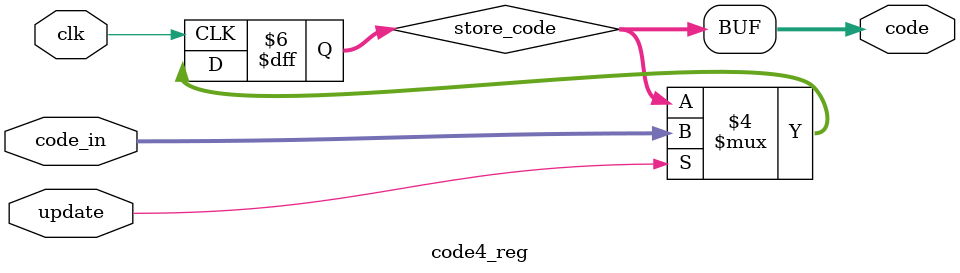
<source format=v>
`timescale 1ns / 1ps


module code4_reg(
    input clk,
    input update,
    output [3:0] code,
    input [3:0] code_in
);
    reg [3:0]store_code;
    
    initial begin
        store_code = 4'b1011;    
    end
    
    always @(posedge clk)
    begin
        if (update)
            begin
            $display("%b",code_in);
            store_code = code_in;
            end
    end
    
    assign code=store_code;
endmodule

</source>
